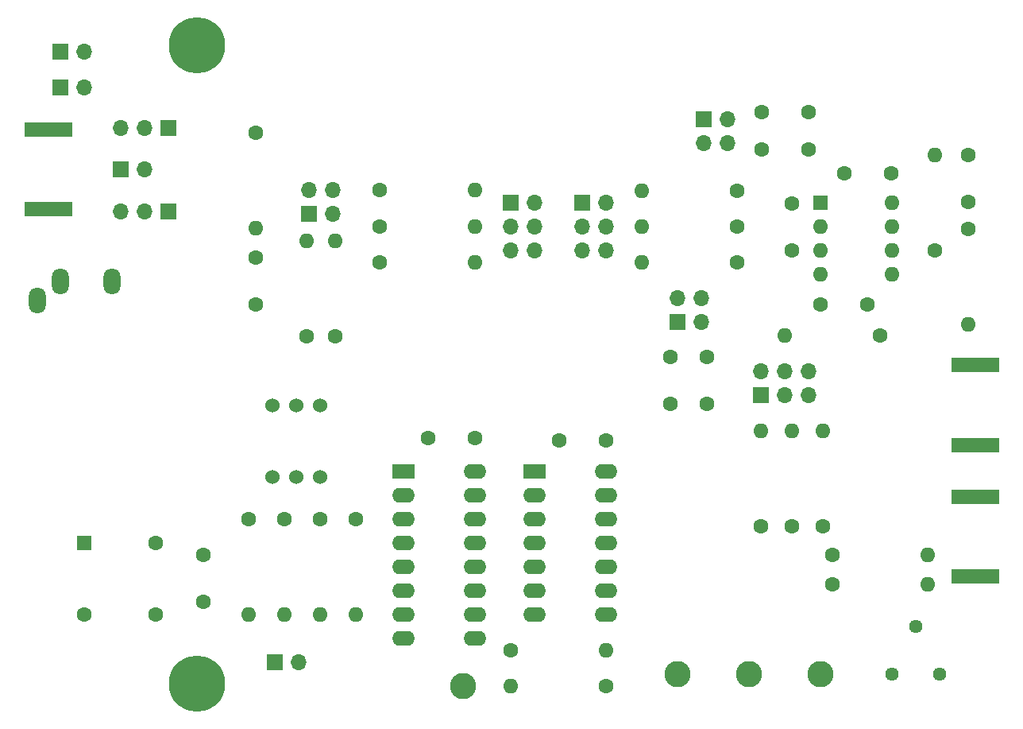
<source format=gbs>
G04 #@! TF.GenerationSoftware,KiCad,Pcbnew,8.0.2*
G04 #@! TF.CreationDate,2024-09-17T18:27:48+03:00*
G04 #@! TF.ProjectId,ad4080_evb_experimenter,61643430-3830-45f6-9576-625f65787065,rev?*
G04 #@! TF.SameCoordinates,Original*
G04 #@! TF.FileFunction,Soldermask,Bot*
G04 #@! TF.FilePolarity,Negative*
%FSLAX46Y46*%
G04 Gerber Fmt 4.6, Leading zero omitted, Abs format (unit mm)*
G04 Created by KiCad (PCBNEW 8.0.2) date 2024-09-17 18:27:48*
%MOMM*%
%LPD*%
G01*
G04 APERTURE LIST*
%ADD10C,6.000000*%
%ADD11C,2.800000*%
%ADD12C,1.600000*%
%ADD13O,1.600000X1.600000*%
%ADD14R,5.080000X1.500000*%
%ADD15O,1.800000X2.800000*%
%ADD16R,1.700000X1.700000*%
%ADD17O,1.700000X1.700000*%
%ADD18R,2.400000X1.600000*%
%ADD19O,2.400000X1.600000*%
%ADD20R,1.600000X1.600000*%
%ADD21C,1.524000*%
%ADD22C,1.440000*%
G04 APERTURE END LIST*
D10*
X47879000Y-117856000D03*
X47879000Y-49911000D03*
D11*
X99060000Y-116840000D03*
X114300000Y-116840000D03*
X106680000Y-116840000D03*
D12*
X105410000Y-73024999D03*
D13*
X95250000Y-73024999D03*
D14*
X130800000Y-97950000D03*
X130800000Y-106450000D03*
D12*
X105410000Y-69214997D03*
D13*
X95250000Y-69214997D03*
D12*
X81280000Y-114300000D03*
D13*
X91440000Y-114300000D03*
D12*
X115570000Y-107315000D03*
D13*
X125730000Y-107315000D03*
D15*
X38771000Y-75062000D03*
X30871000Y-77062000D03*
X33271000Y-75062000D03*
D12*
X77470000Y-91694000D03*
X72470000Y-91694000D03*
D11*
X76200000Y-118110000D03*
D12*
X59562997Y-80899002D03*
D13*
X59562997Y-70739002D03*
D12*
X126492000Y-71754999D03*
D13*
X126492000Y-61594999D03*
D12*
X130048000Y-66595999D03*
X130048000Y-61595999D03*
D16*
X99055000Y-79379999D03*
D17*
X99055000Y-76839999D03*
X101595000Y-79379999D03*
X101595000Y-76839999D03*
D12*
X111252000Y-101092000D03*
D13*
X111252000Y-90932000D03*
D12*
X119300000Y-77470000D03*
X114300000Y-77470000D03*
D14*
X32004000Y-67369000D03*
X32004000Y-58869000D03*
D12*
X67310000Y-65278000D03*
D13*
X77470000Y-65278000D03*
D12*
X53355000Y-100315001D03*
D13*
X53355000Y-110475001D03*
D12*
X105410000Y-65404997D03*
D13*
X95250000Y-65404997D03*
D12*
X111252000Y-71755000D03*
X111252000Y-66755000D03*
X62611000Y-80899000D03*
D13*
X62611000Y-70739000D03*
D12*
X91440000Y-91948000D03*
X86440000Y-91948000D03*
X102235000Y-88058000D03*
X102235000Y-83058000D03*
X54102000Y-59182000D03*
D13*
X54102000Y-69342000D03*
D12*
X121880000Y-63500000D03*
X116880000Y-63500000D03*
X60960000Y-100330000D03*
D13*
X60960000Y-110490000D03*
D16*
X56129000Y-115570000D03*
D17*
X58669000Y-115570000D03*
D12*
X115570000Y-104140000D03*
D13*
X125730000Y-104140000D03*
D12*
X114554000Y-101092000D03*
D13*
X114554000Y-90932000D03*
D16*
X88895000Y-66689997D03*
D17*
X91435000Y-66689997D03*
X88895000Y-69229997D03*
X91435000Y-69229997D03*
X88895000Y-71769997D03*
X91435000Y-71769997D03*
D12*
X108077000Y-57023000D03*
X113077000Y-57023000D03*
D16*
X33274000Y-54384500D03*
D17*
X35814000Y-54384500D03*
D18*
X83810000Y-95250000D03*
D19*
X83810000Y-97790000D03*
X83810000Y-100330000D03*
X83810000Y-102870000D03*
X83810000Y-105410000D03*
X83810000Y-107950000D03*
X83810000Y-110490000D03*
X91430000Y-110490000D03*
X91430000Y-107950000D03*
X91430000Y-105410000D03*
X91430000Y-102870000D03*
X91430000Y-100330000D03*
X91430000Y-97790000D03*
X91430000Y-95250000D03*
D16*
X33274000Y-50546000D03*
D17*
X35814000Y-50546000D03*
D12*
X57150000Y-100330000D03*
D13*
X57150000Y-110490000D03*
D12*
X67310000Y-73024997D03*
D13*
X77470000Y-73024997D03*
D16*
X101854000Y-57784999D03*
D17*
X104394000Y-57784999D03*
X101854000Y-60324999D03*
X104394000Y-60324999D03*
D16*
X107950000Y-87148436D03*
D17*
X107950000Y-84608436D03*
X110490000Y-87148436D03*
X110490000Y-84608436D03*
X113030000Y-87148436D03*
X113030000Y-84608436D03*
D12*
X91440000Y-118110000D03*
D13*
X81280000Y-118110000D03*
D12*
X108077000Y-60960001D03*
X113077000Y-60960001D03*
D20*
X35814000Y-102870000D03*
D12*
X35814000Y-110490000D03*
X43434000Y-110490000D03*
X43434000Y-102870000D03*
D21*
X60960000Y-88265000D03*
X55880000Y-95885000D03*
X55880000Y-88265000D03*
X60960000Y-95885000D03*
X58420000Y-88265000D03*
X58420000Y-95885000D03*
D12*
X54102000Y-72517000D03*
X54102000Y-77517000D03*
D16*
X44802499Y-58674000D03*
D17*
X42262499Y-58674000D03*
X39722499Y-58674000D03*
D16*
X44802500Y-67564000D03*
D17*
X42262500Y-67564000D03*
X39722500Y-67564000D03*
D20*
X114300000Y-66674999D03*
D13*
X114300000Y-69214999D03*
X114300000Y-71754999D03*
X114300000Y-74294999D03*
X121920000Y-74294999D03*
X121920000Y-71754999D03*
X121920000Y-69214999D03*
X121920000Y-66674999D03*
D16*
X39722501Y-63119000D03*
D17*
X42262501Y-63119000D03*
D12*
X98298000Y-88058000D03*
X98298000Y-83058000D03*
X48514000Y-104140000D03*
X48514000Y-109140000D03*
D14*
X130800000Y-83950000D03*
X130800000Y-92450000D03*
D12*
X130048000Y-69469000D03*
D13*
X130048000Y-79629000D03*
D12*
X120650000Y-80772000D03*
D13*
X110490000Y-80772000D03*
D16*
X59816998Y-67818002D03*
D17*
X59816998Y-65278002D03*
X62356998Y-67818002D03*
X62356998Y-65278002D03*
D22*
X126999999Y-116840000D03*
X124459999Y-111760000D03*
X121919999Y-116840000D03*
D12*
X64785000Y-100315001D03*
D13*
X64785000Y-110475001D03*
D16*
X81280000Y-66674997D03*
D17*
X83820000Y-66674997D03*
X81280000Y-69214997D03*
X83820000Y-69214997D03*
X81280000Y-71754997D03*
X83820000Y-71754997D03*
D18*
X69850000Y-95250000D03*
D19*
X69850000Y-97790000D03*
X69850000Y-100330000D03*
X69850000Y-102870000D03*
X69850000Y-105410000D03*
X69850000Y-107950000D03*
X69850000Y-110490000D03*
X69850000Y-113030000D03*
X77470000Y-113030000D03*
X77470000Y-110490000D03*
X77470000Y-107950000D03*
X77470000Y-105410000D03*
X77470000Y-102870000D03*
X77470000Y-100330000D03*
X77470000Y-97790000D03*
X77470000Y-95250000D03*
D12*
X67310000Y-69214997D03*
D13*
X77470000Y-69214997D03*
D12*
X107950001Y-101091999D03*
D13*
X107950001Y-90931999D03*
M02*

</source>
